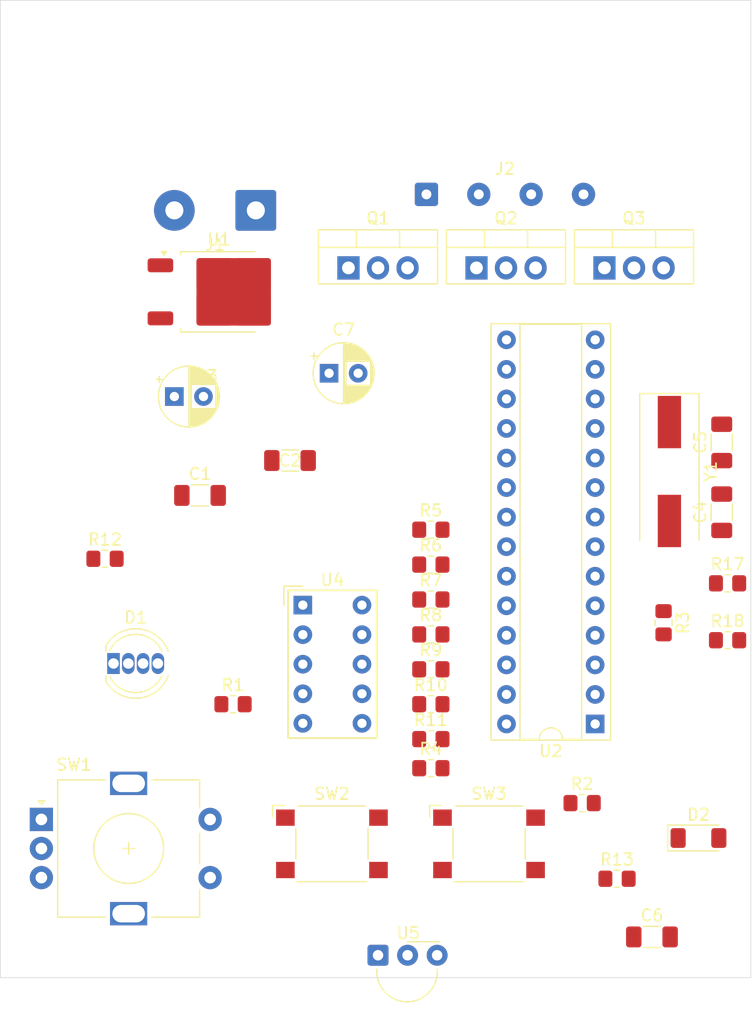
<source format=kicad_pcb>
(kicad_pcb (version 20240108) (generator "pcbnew") (generator_version "8.0")
  (layers (0 "F.Cu" signal) (31 "B.Cu" signal) (34 "B.Paste" user) (35 "F.Paste" user) (36 "B.SilkS" user "B.Silkscreen") (37 "F.SilkS" user "F.Silkscreen") (38 "B.Mask" user) (39 "F.Mask" user) (44 "Edge.Cuts" user))
  (net 0 "")
  (net 1 "GND")
  (net 2 "+12V")
  (net 3 "+5V")
  (net 4 "Net-(U2-XTAL1{slash}PB6)")
  (net 5 "Net-(U2-XTAL2{slash}PB7)")
  (net 6 "Net-(D1-GK)")
  (net 7 "Net-(D1-BK)")
  (net 8 "Net-(D1-A)")
  (net 9 "Net-(D1-RK)")
  (net 10 "Net-(Q1-G)")
  (net 11 "Net-(J2-Pin_3)")
  (net 12 "Net-(Q2-G)")
  (net 13 "Net-(J2-Pin_2)")
  (net 14 "Net-(Q3-G)")
  (net 15 "Net-(J2-Pin_1)")
  (net 16 "Net-(D2-K)")
  (net 17 "Net-(D2-A)")
  (net 18 "Net-(U2-~{RESET}{slash}PC6)")
  (net 19 "Net-(R1-Pad2)")
  (net 20 "Net-(U2-PB0)")
  (net 21 "Net-(R4-Pad2)")
  (net 22 "Net-(U2-PC1)")
  (net 23 "Net-(U2-PC2)")
  (net 24 "Net-(U4-A)")
  (net 25 "Net-(U2-PC3)")
  (net 26 "Net-(U4-B)")
  (net 27 "Net-(U4-C)")
  (net 28 "Net-(U2-PC4)")
  (net 29 "Net-(U2-PB4)")
  (net 30 "Net-(U4-D)")
  (net 31 "Net-(U4-E)")
  (net 32 "Net-(U2-PB5)")
  (net 33 "Net-(U4-F)")
  (net 34 "Net-(U4-G)")
  (net 35 "Net-(U2-PD3)")
  (net 36 "Net-(U2-PD4)")
  (net 37 "Net-(U2-PC5)")
  (footprint "Resistor_SMD:R_0805_2012Metric_Pad1.20x1.40mm_HandSolder" (layer "F.Cu") (at 110 100.5)
    (property "Reference" "R7" (at 0 -1.65 0) (layer "F.SilkS"))
    (property "Value" "220")
    (pad "1" smd roundrect (at -1 0) (size 1.2 1.4) (layers "F.Cu" "F.Paste" "F.Mask") (roundrect_rratio 0.208333) (net 27 "Net-(U4-C)"))
    (pad "2" smd roundrect (at 1 0) (size 1.2 1.4) (layers "F.Cu" "F.Paste" "F.Mask") (roundrect_rratio 0.208333) (net 23 "Net-(U2-PC2)"))
  )
  (footprint "Package_TO_SOT_THT:TO-220-3_Vertical" (layer "F.Cu") (at 102.92 72)
    (property "Reference" "Q1" (at 2.54 -4.27 0) (layer "F.SilkS"))
    (property "Value" "IRF740")
    (pad "1" thru_hole rect (at 0 0) (size 1.905 2) (drill 1.1) (layers "*.Cu" "*.Mask") (net 10 "Net-(Q1-G)"))
    (pad "2" thru_hole oval (at 2.54 0) (size 1.905 2) (drill 1.1) (layers "*.Cu" "*.Mask") (net 15 "Net-(J2-Pin_1)"))
    (pad "3" thru_hole oval (at 5.08 0) (size 1.905 2) (drill 1.1) (layers "*.Cu" "*.Mask") (net 1 "GND"))
  )
  (footprint "Rotary_Encoder:RotaryEncoder_Alps_EC11E-Switch_Vertical_H20mm" (layer "F.Cu") (at 76.530977 119.402006)
    (property "Reference" "SW1" (at 2.8 -4.7 0) (layer "F.SilkS"))
    (property "Value" "RotaryEncoder_Switch_MP")
    (pad "A" thru_hole rect (at 0 0) (size 2 2) (drill 1) (layers "*.Cu" "*.Mask") (net 35 "Net-(U2-PD3)"))
    (pad "B" thru_hole circle (at 0 5) (size 2 2) (drill 1) (layers "*.Cu" "*.Mask") (net 36 "Net-(U2-PD4)"))
    (pad "C" thru_hole circle (at 0 2.5) (size 2 2) (drill 1) (layers "*.Cu" "*.Mask") (net 1 "GND"))
    (pad "MP" thru_hole rect (at 7.5 -3.1) (size 3.2 2) (drill oval 2.8 1.5) (layers "*.Cu" "*.Mask") (net 1 "GND"))
    (pad "MP" thru_hole rect (at 7.5 8.1) (size 3.2 2) (drill oval 2.8 1.5) (layers "*.Cu" "*.Mask") (net 1 "GND"))
    (pad "S1" thru_hole circle (at 14.5 5) (size 2 2) (drill 1) (layers "*.Cu" "*.Mask") (net 19 "Net-(R1-Pad2)"))
    (pad "S2" thru_hole circle (at 14.5 0) (size 2 2) (drill 1) (layers "*.Cu" "*.Mask") (net 17 "Net-(D2-A)"))
  )
  (footprint "Crystal:Crystal_SMD_HC49-SD" (layer "F.Cu") (at 130.5 89.5 -90)
    (property "Reference" "Y1" (at 0 -3.55 90) (layer "F.SilkS"))
    (property "Value" "16MHz")
    (pad "1" smd rect (at -4.25 0 270) (size 4.5 2) (layers "F.Cu" "F.Paste" "F.Mask") (net 5 "Net-(U2-XTAL2{slash}PB7)"))
    (pad "2" smd rect (at 4.25 0 270) (size 4.5 2) (layers "F.Cu" "F.Paste" "F.Mask") (net 4 "Net-(U2-XTAL1{slash}PB6)"))
  )
  (footprint "Button_Switch_SMD:SW_SPST_Omron_B3FS-100xP" (layer "F.Cu") (at 115 121.5)
    (property "Reference" "SW3" (at 0 -4.3 0) (layer "F.SilkS"))
    (property "Value" "SW_Omron_B3FS")
    (pad "1" smd rect (at -4 -2.25 180) (size 1.6 1.4) (layers "F.Cu" "F.Paste" "F.Mask") (net 21 "Net-(R4-Pad2)"))
    (pad "1" smd rect (at 4 -2.25 180) (size 1.6 1.4) (layers "F.Cu" "F.Paste" "F.Mask") (net 21 "Net-(R4-Pad2)"))
    (pad "2" smd rect (at -4 2.25 180) (size 1.6 1.4) (layers "F.Cu" "F.Paste" "F.Mask") (net 17 "Net-(D2-A)"))
    (pad "2" smd rect (at 4 2.25 180) (size 1.6 1.4) (layers "F.Cu" "F.Paste" "F.Mask") (net 17 "Net-(D2-A)"))
  )
  (footprint "Connector_Wire:SolderWire-0.25sqmm_1x04_P4.5mm_D0.65mm_OD2mm" (layer "F.Cu") (at 109.620761 65.681049)
    (property "Reference" "J2" (at 6.75 -2.2 0) (layer "F.SilkS"))
    (property "Value" "Conn_01x04_Socket")
    (pad "1" thru_hole roundrect (at 0 0) (size 2 2) (drill 0.85) (layers "*.Cu" "*.Mask") (roundrect_rratio 0.125) (net 15 "Net-(J2-Pin_1)"))
    (pad "2" thru_hole circle (at 4.5 0) (size 2 2) (drill 0.85) (layers "*.Cu" "*.Mask") (net 13 "Net-(J2-Pin_2)"))
    (pad "3" thru_hole circle (at 9 0) (size 2 2) (drill 0.85) (layers "*.Cu" "*.Mask") (net 11 "Net-(J2-Pin_3)"))
    (pad "4" thru_hole circle (at 13.5 0) (size 2 2) (drill 0.85) (layers "*.Cu" "*.Mask") (net 2 "+12V"))
  )
  (footprint "Resistor_SMD:R_0805_2012Metric_Pad1.20x1.40mm_HandSolder" (layer "F.Cu") (at 110 109.5)
    (property "Reference" "R10" (at 0 -1.65 0) (layer "F.SilkS"))
    (property "Value" "220")
    (pad "1" smd roundrect (at -1 0) (size 1.2 1.4) (layers "F.Cu" "F.Paste" "F.Mask") (roundrect_rratio 0.208333) (net 33 "Net-(U4-F)"))
    (pad "2" smd roundrect (at 1 0) (size 1.2 1.4) (layers "F.Cu" "F.Paste" "F.Mask") (roundrect_rratio 0.208333) (net 29 "Net-(U2-PB4)"))
  )
  (footprint "Resistor_SMD:R_0805_2012Metric_Pad1.20x1.40mm_HandSolder" (layer "F.Cu") (at 126 124.5)
    (property "Reference" "R13" (at 0 -1.65 0) (layer "F.SilkS"))
    (property "Value" "470")
    (pad "1" smd roundrect (at -1 0) (size 1.2 1.4) (layers "F.Cu" "F.Paste" "F.Mask") (roundrect_rratio 0.208333) (net 17 "Net-(D2-A)"))
    (pad "2" smd roundrect (at 1 0) (size 1.2 1.4) (layers "F.Cu" "F.Paste" "F.Mask") (roundrect_rratio 0.208333) (net 16 "Net-(D2-K)"))
  )
  (footprint "Resistor_SMD:R_0805_2012Metric_Pad1.20x1.40mm_HandSolder" (layer "F.Cu") (at 135.5 104)
    (property "Reference" "R18" (at 0 -1.65 0) (layer "F.SilkS"))
    (property "Value" "10k")
    (pad "1" smd roundrect (at -1 0) (size 1.2 1.4) (layers "F.Cu" "F.Paste" "F.Mask") (roundrect_rratio 0.208333) (net 3 "+5V"))
    (pad "2" smd roundrect (at 1 0) (size 1.2 1.4) (layers "F.Cu" "F.Paste" "F.Mask") (roundrect_rratio 0.208333) (net 35 "Net-(U2-PD3)"))
  )
  (footprint "Resistor_SMD:R_0805_2012Metric_Pad1.20x1.40mm_HandSolder" (layer "F.Cu") (at 123 118)
    (property "Reference" "R2" (at 0 -1.65 0) (layer "F.SilkS"))
    (property "Value" "10k")
    (pad "1" smd roundrect (at -1 0) (size 1.2 1.4) (layers "F.Cu" "F.Paste" "F.Mask") (roundrect_rratio 0.208333) (net 17 "Net-(D2-A)"))
    (pad "2" smd roundrect (at 1 0) (size 1.2 1.4) (layers "F.Cu" "F.Paste" "F.Mask") (roundrect_rratio 0.208333) (net 1 "GND"))
  )
  (footprint "Capacitor_THT:CP_Radial_D5.0mm_P2.50mm" (layer "F.Cu") (at 101.254888 81.055)
    (property "Reference" "C7" (at 1.25 -3.75 0) (layer "F.SilkS"))
    (property "Value" "10uF 25V")
    (pad "1" thru_hole rect (at 0 0) (size 1.6 1.6) (drill 0.8) (layers "*.Cu" "*.Mask") (net 3 "+5V"))
    (pad "2" thru_hole circle (at 2.5 0) (size 1.6 1.6) (drill 0.8) (layers "*.Cu" "*.Mask") (net 1 "GND"))
  )
  (footprint "Capacitor_SMD:C_1206_3216Metric_Pad1.33x1.80mm_HandSolder" (layer "F.Cu") (at 129 129.5)
    (property "Reference" "C6" (at 0 -1.85 0) (layer "F.SilkS"))
    (property "Value" "1uF")
    (pad "1" smd roundrect (at -1.5625 0) (size 1.325 1.8) (layers "F.Cu" "F.Paste" "F.Mask") (roundrect_rratio 0.188679) (net 16 "Net-(D2-K)"))
    (pad "2" smd roundrect (at 1.5625 0) (size 1.325 1.8) (layers "F.Cu" "F.Paste" "F.Mask") (roundrect_rratio 0.188679) (net 1 "GND"))
  )
  (footprint "Resistor_SMD:R_0805_2012Metric_Pad1.20x1.40mm_HandSolder" (layer "F.Cu") (at 110 103.5)
    (property "Reference" "R8" (at 0 -1.65 0) (layer "F.SilkS"))
    (property "Value" "220")
    (pad "1" smd roundrect (at -1 0) (size 1.2 1.4) (layers "F.Cu" "F.Paste" "F.Mask") (roundrect_rratio 0.208333) (net 30 "Net-(U4-D)"))
    (pad "2" smd roundrect (at 1 0) (size 1.2 1.4) (layers "F.Cu" "F.Paste" "F.Mask") (roundrect_rratio 0.208333) (net 25 "Net-(U2-PC3)"))
  )
  (footprint "Package_DIP:DIP-28_W7.62mm_Socket" (layer "F.Cu") (at 124.12 111.2 180)
    (property "Reference" "U2" (at 3.81 -2.33 0) (layer "F.SilkS"))
    (property "Value" "ATmega328-P")
    (pad "1" thru_hole rect (at 0 0 180) (size 1.6 1.6) (drill 0.8) (layers "*.Cu" "*.Mask") (net 18 "Net-(U2-~{RESET}{slash}PC6)"))
    (pad "2" thru_hole oval (at 0 2.54 180) (size 1.6 1.6) (drill 0.8) (layers "*.Cu" "*.Mask"))
    (pad "3" thru_hole oval (at 0 5.08 180) (size 1.6 1.6) (drill 0.8) (layers "*.Cu" "*.Mask"))
    (pad "4" thru_hole oval (at 0 7.62 180) (size 1.6 1.6) (drill 0.8) (layers "*.Cu" "*.Mask"))
    (pad "5" thru_hole oval (at 0 10.16 180) (size 1.6 1.6) (drill 0.8) (layers "*.Cu" "*.Mask") (net 35 "Net-(U2-PD3)"))
    (pad "6" thru_hole oval (at 0 12.7 180) (size 1.6 1.6) (drill 0.8) (layers "*.Cu" "*.Mask") (net 36 "Net-(U2-PD4)"))
    (pad "7" thru_hole oval (at 0 15.24 180) (size 1.6 1.6) (drill 0.8) (layers "*.Cu" "*.Mask") (net 3 "+5V"))
    (pad "8" thru_hole oval (at 0 17.78 180) (size 1.6 1.6) (drill 0.8) (layers "*.Cu" "*.Mask") (net 1 "GND"))
    (pad "9" thru_hole oval (at 0 20.32 180) (size 1.6 1.6) (drill 0.8) (layers "*.Cu" "*.Mask") (net 4 "Net-(U2-XTAL1{slash}PB6)"))
    (pad "10" thru_hole oval (at 0 22.86 180) (size 1.6 1.6) (drill 0.8) (layers "*.Cu" "*.Mask") (net 5 "Net-(U2-XTAL2{slash}PB7)"))
    (pad "11" thru_hole oval (at 0 25.4 180) (size 1.6 1.6) (drill 0.8) (layers "*.Cu" "*.Mask") (net 9 "Net-(D1-RK)"))
    (pad "12" thru_hole oval (at 0 27.94 180) (size 1.6 1.6) (drill 0.8) (layers "*.Cu" "*.Mask") (net 6 "Net-(D1-GK)"))
    (pad "13" thru_hole oval (at 0 30.48 180) (size 1.6 1.6) (drill 0.8) (layers "*.Cu" "*.Mask") (net 7 "Net-(D1-BK)"))
    (pad "14" thru_hole oval (at 0 33.02 180) (size 1.6 1.6) (drill 0.8) (layers "*.Cu" "*.Mask") (net 20 "Net-(U2-PB0)"))
    (pad "15" thru_hole oval (at 7.62 33.02 180) (size 1.6 1.6) (drill 0.8) (layers "*.Cu" "*.Mask") (net 10 "Net-(Q1-G)"))
    (pad "16" thru_hole oval (at 7.62 30.48 180) (size 1.6 1.6) (drill 0.8) (layers "*.Cu" "*.Mask") (net 12 "Net-(Q2-G)"))
    (pad "17" thru_hole oval (at 7.62 27.94 180) (size 1.6 1.6) (drill 0.8) (layers "*.Cu" "*.Mask") (net 14 "Net-(Q3-G)"))
    (pad "18" thru_hole oval (at 7.62 25.4 180) (size 1.6 1.6) (drill 0.8) (layers "*.Cu" "*.Mask") (net 29 "Net-(U2-PB4)"))
    (pad "19" thru_hole oval (at 7.62 22.86 180) (size 1.6 1.6) (drill 0.8) (layers "*.Cu" "*.Mask") (net 32 "Net-(U2-PB5)"))
    (pad "20" thru_hole oval (at 7.62 20.32 180) (size 1.6 1.6) (drill 0.8) (layers "*.Cu" "*.Mask") (net 3 "+5V"))
    (pad "21" thru_hole oval (at 7.62 17.78 180) (size 1.6 1.6) (drill 0.8) (layers "*.Cu" "*.Mask") (net 3 "+5V"))
    (pad "22" thru_hole oval (at 7.62 15.24 180) (size 1.6 1.6) (drill 0.8) (layers "*.Cu" "*.Mask") (net 1 "GND"))
    (pad "23" thru_hole oval (at 7.62 12.7 180) (size 1.6 1.6) (drill 0.8) (layers "*.Cu" "*.Mask") (net 16 "Net-(D2-K)"))
    (pad "24" thru_hole oval (at 7.62 10.16 180) (size 1.6 1.6) (drill 0.8) (layers "*.Cu" "*.Mask") (net 22 "Net-(U2-PC1)"))
    (pad "25" thru_hole oval (at 7.62 7.62 180) (size 1.6 1.6) (drill 0.8) (layers "*.Cu" "*.Mask") (net 23 "Net-(U2-PC2)"))
    (pad "26" thru_hole oval (at 7.62 5.08 180) (size 1.6 1.6) (drill 0.8) (layers "*.Cu" "*.Mask") (net 25 "Net-(U2-PC3)"))
    (pad "27" thru_hole oval (at 7.62 2.54 180) (size 1.6 1.6) (drill 0.8) (layers "*.Cu" "*.Mask") (net 28 "Net-(U2-PC4)"))
    (pad "28" thru_hole oval (at 7.62 0 180) (size 1.6 1.6) (drill 0.8) (layers "*.Cu" "*.Mask") (net 37 "Net-(U2-PC5)"))
  )
  (footprint "Resistor_SMD:R_0805_2012Metric_Pad1.20x1.40mm_HandSolder" (layer "F.Cu") (at 93 109.5)
    (property "Reference" "R1" (at 0 -1.65 0) (layer "F.SilkS"))
    (property "Value" "15k")
    (pad "1" smd roundrect (at -1 0) (size 1.2 1.4) (layers "F.Cu" "F.Paste" "F.Mask") (roundrect_rratio 0.208333) (net 3 "+5V"))
    (pad "2" smd roundrect (at 1 0) (size 1.2 1.4) (layers "F.Cu" "F.Paste" "F.Mask") (roundrect_rratio 0.208333) (net 19 "Net-(R1-Pad2)"))
  )
  (footprint "Package_TO_SOT_THT:TO-220-3_Vertical" (layer "F.Cu") (at 124.92 72)
    (property "Reference" "Q3" (at 2.54 -4.27 0) (layer "F.SilkS"))
    (property "Value" "IRF740")
    (pad "1" thru_hole rect (at 0 0) (size 1.905 2) (drill 1.1) (layers "*.Cu" "*.Mask") (net 14 "Net-(Q3-G)"))
    (pad "2" thru_hole oval (at 2.54 0) (size 1.905 2) (drill 1.1) (layers "*.Cu" "*.Mask") (net 11 "Net-(J2-Pin_3)"))
    (pad "3" thru_hole oval (at 5.08 0) (size 1.905 2) (drill 1.1) (layers "*.Cu" "*.Mask") (net 1 "GND"))
  )
  (footprint "Resistor_SMD:R_0805_2012Metric_Pad1.20x1.40mm_HandSolder" (layer "F.Cu") (at 82 97)
    (property "Reference" "R12" (at 0 -1.65 0) (layer "F.SilkS"))
    (property "Value" "220")
    (pad "1" smd roundrect (at -1 0) (size 1.2 1.4) (layers "F.Cu" "F.Paste" "F.Mask") (roundrect_rratio 0.208333) (net 8 "Net-(D1-A)"))
    (pad "2" smd roundrect (at 1 0) (size 1.2 1.4) (layers "F.Cu" "F.Paste" "F.Mask") (roundrect_rratio 0.208333) (net 3 "+5V"))
  )
  (footprint "Resistor_SMD:R_0805_2012Metric_Pad1.20x1.40mm_HandSolder" (layer "F.Cu") (at 110 112.5)
    (property "Reference" "R11" (at 0 -1.65 0) (layer "F.SilkS"))
    (property "Value" "220")
    (pad "1" smd roundrect (at -1 0) (size 1.2 1.4) (layers "F.Cu" "F.Paste" "F.Mask") (roundrect_rratio 0.208333) (net 34 "Net-(U4-G)"))
    (pad "2" smd roundrect (at 1 0) (size 1.2 1.4) (layers "F.Cu" "F.Paste" "F.Mask") (roundrect_rratio 0.208333) (net 32 "Net-(U2-PB5)"))
  )
  (footprint "Capacitor_SMD:C_1206_3216Metric_Pad1.33x1.80mm_HandSolder" (layer "F.Cu") (at 90.165112 91.555)
    (property "Reference" "C1" (at 0 -1.85 0) (layer "F.SilkS"))
    (property "Value" "0.33uF")
    (pad "1" smd roundrect (at -1.5625 0) (size 1.325 1.8) (layers "F.Cu" "F.Paste" "F.Mask") (roundrect_rratio 0.188679) (net 2 "+12V"))
    (pad "2" smd roundrect (at 1.5625 0) (size 1.325 1.8) (layers "F.Cu" "F.Paste" "F.Mask") (roundrect_rratio 0.188679) (net 1 "GND"))
  )
  (footprint "Resistor_SMD:R_0805_2012Metric_Pad1.20x1.40mm_HandSolder" (layer "F.Cu") (at 110 97.5)
    (property "Reference" "R6" (at 0 -1.65 0) (layer "F.SilkS"))
    (property "Value" "220")
    (pad "1" smd roundrect (at -1 0) (size 1.2 1.4) (layers "F.Cu" "F.Paste" "F.Mask") (roundrect_rratio 0.208333) (net 26 "Net-(U4-B)"))
    (pad "2" smd roundrect (at 1 0) (size 1.2 1.4) (layers "F.Cu" "F.Paste" "F.Mask") (roundrect_rratio 0.208333) (net 22 "Net-(U2-PC1)"))
  )
  (footprint "Resistor_SMD:R_0805_2012Metric_Pad1.20x1.40mm_HandSolder" (layer "F.Cu") (at 110 115)
    (property "Reference" "R4" (at 0 -1.65 0) (layer "F.SilkS"))
    (property "Value" "4,7k")
    (pad "1" smd roundrect (at -1 0) (size 1.2 1.4) (layers "F.Cu" "F.Paste" "F.Mask") (roundrect_rratio 0.208333) (net 3 "+5V"))
    (pad "2" smd roundrect (at 1 0) (size 1.2 1.4) (layers "F.Cu" "F.Paste" "F.Mask") (roundrect_rratio 0.208333) (net 21 "Net-(R4-Pad2)"))
  )
  (footprint "Package_TO_SOT_SMD:TO-252-2" (layer "F.Cu") (at 91.8 74.0575)
    (property "Reference" "U1" (at 0 -4.5 0) (layer "F.SilkS"))
    (property "Value" "LM78M05_TO252")
    (pad "1" smd roundrect (at -5.04 -2.28) (size 2.2 1.2) (layers "F.Cu" "F.Paste" "F.Mask") (roundrect_rratio 0.208333) (net 2 "+12V"))
    (pad "2" smd roundrect (at -0.415 -1.525) (size 3.05 2.75) (layers "F.Cu" "F.Paste") (roundrect_rratio 0.090909) (net 1 "GND"))
    (pad "2" smd roundrect (at -0.415 1.525) (size 3.05 2.75) (layers "F.Cu" "F.Paste") (roundrect_rratio 0.090909) (net 1 "GND"))
    (pad "2" smd roundrect (at 1.26 0) (size 6.4 5.8) (layers "F.Cu" "F.Mask") (roundrect_rratio 0.043103) (net 1 "GND"))
    (pad "2" smd roundrect (at 2.935 -1.525) (size 3.05 2.75) (layers "F.Cu" "F.Paste") (roundrect_rratio 0.090909) (net 1 "GND"))
    (pad "2" smd roundrect (at 2.935 1.525) (size 3.05 2.75) (layers "F.Cu" "F.Paste") (roundrect_rratio 0.090909) (net 1 "GND"))
    (pad "3" smd roundrect (at -5.04 2.28) (size 2.2 1.2) (layers "F.Cu" "F.Paste" "F.Mask") (roundrect_rratio 0.208333) (net 3 "+5V"))
  )
  (footprint "Resistor_SMD:R_0805_2012Metric_Pad1.20x1.40mm_HandSolder" (layer "F.Cu") (at 110 106.5)
    (property "Reference" "R9" (at 0 -1.65 0) (layer "F.SilkS"))
    (property "Value" "220")
    (pad "1" smd roundrect (at -1 0) (size 1.2 1.4) (layers "F.Cu" "F.Paste" "F.Mask") (roundrect_rratio 0.208333) (net 31 "Net-(U4-E)"))
    (pad "2" smd roundrect (at 1 0) (size 1.2 1.4) (layers "F.Cu" "F.Paste" "F.Mask") (roundrect_rratio 0.208333) (net 28 "Net-(U2-PC4)"))
  )
  (footprint "Capacitor_THT:CP_Radial_D5.0mm_P2.50mm" (layer "F.Cu") (at 87.96 83.055)
    (property "Reference" "C3" (at 2.75 -1.75 0) (layer "F.SilkS"))
    (property "Value" "100uF 25V")
    (pad "1" thru_hole rect (at 0 0) (size 1.6 1.6) (drill 0.8) (layers "*.Cu" "*.Mask") (net 2 "+12V"))
    (pad "2" thru_hole circle (at 2.5 0) (size 1.6 1.6) (drill 0.8) (layers "*.Cu" "*.Mask") (net 1 "GND"))
  )
  (footprint "Capacitor_SMD:C_1206_3216Metric_Pad1.33x1.80mm_HandSolder" (layer "F.Cu") (at 135 87 90)
    (property "Reference" "C5" (at 0 -1.85 90) (layer "F.SilkS"))
    (property "Value" "22pF")
    (pad "1" smd roundrect (at -1.5625 0 90) (size 1.325 1.8) (layers "F.Cu" "F.Paste" "F.Mask") (roundrect_rratio 0.188679) (net 1 "GND"))
    (pad "2" smd roundrect (at 1.5625 0 90) (size 1.325 1.8) (layers "F.Cu" "F.Paste" "F.Mask") (roundrect_rratio 0.188679) (net 5 "Net-(U2-XTAL2{slash}PB7)"))
  )
  (footprint "OptoDevice:Vishay_MINIMOLD-3Pin" (layer "F.Cu") (at 105.46 131.075)
    (property "Reference" "U5" (at 2.6 -1.9 180) (layer "F.SilkS"))
    (property "Value" "TSOP531xx")
    (pad "1" thru_hole roundrect (at 0 0) (size 1.8 1.8) (drill 0.9) (layers "*.Cu" "*.Mask") (roundrect_rratio 0.139) (net 37 "Net-(U2-PC5)"))
    (pad "2" thru_hole circle (at 2.54 0) (size 1.8 1.8) (drill 0.9) (layers "*.Cu" "*.Mask") (net 1 "GND"))
    (pad "3" thru_hole circle (at 5.08 0) (size 1.8 1.8) (drill 0.9) (layers "*.Cu" "*.Mask") (net 3 "+5V"))
  )
  (footprint "Resistor_SMD:R_0805_2012Metric_Pad1.20x1.40mm_HandSolder" (layer "F.Cu") (at 135.5 99.11)
    (property "Reference" "R17" (at 0 -1.65 0) (layer "F.SilkS"))
    (property "Value" "10k")
    (pad "1" smd roundrect (at -1 0) (size 1.2 1.4) (layers "F.Cu" "F.Paste" "F.Mask") (roundrect_rratio 0.208333) (net 36 "Net-(U2-PD4)"))
    (pad "2" smd roundrect (at 1 0) (size 1.2 1.4) (layers "F.Cu" "F.Paste" "F.Mask") (roundrect_rratio 0.208333) (net 3 "+5V"))
  )
  (footprint "Connector_Wire:SolderWire-0.75sqmm_1x02_P7mm_D1.25mm_OD3.5mm" (layer "F.Cu") (at 94.96 67.055 180)
    (property "Reference" "J1" (at 3.5 -2.95 360) (layer "F.SilkS"))
    (property "Value" "Conn_01x02")
    (pad "1" thru_hole roundrect (at 0 0 180) (size 3.5 3.5) (drill 1.55) (layers "*.Cu" "*.Mask") (roundrect_rratio 0.071429) (net 1 "GND"))
    (pad "2" thru_hole circle (at 7 0 180) (size 3.5 3.5) (drill 1.55) (layers "*.Cu" "*.Mask") (net 2 "+12V"))
  )
  (footprint "Capacitor_SMD:C_1206_3216Metric_Pad1.33x1.80mm_HandSolder" (layer "F.Cu") (at 97.8975 88.555)
    (property "Reference" "C2" (at 0 0 0) (layer "F.SilkS"))
    (property "Value" "0.1uF")
    (pad "1" smd roundrect (at -1.5625 0) (size 1.325 1.8) (layers "F.Cu" "F.Paste" "F.Mask") (roundrect_rratio 0.188679) (net 3 "+5V"))
    (pad "2" smd roundrect (at 1.5625 0) (size 1.325 1.8) (layers "F.Cu" "F.Paste" "F.Mask") (roundrect_rratio 0.188679) (net 1 "GND"))
  )
  (footprint "Capacitor_SMD:C_1206_3216Metric_Pad1.33x1.80mm_HandSolder" (layer "F.Cu") (at 135 93 90)
    (property "Reference" "C4" (at 0 -1.85 90) (layer "F.SilkS"))
    (property "Value" "22pF")
    (pad "1" smd roundrect (at -1.5625 0 90) (size 1.325 1.8) (layers "F.Cu" "F.Paste" "F.Mask") (roundrect_rratio 0.188679) (net 4 "Net-(U2-XTAL1{slash}PB6)"))
    (pad "2" smd roundrect (at 1.5625 0 90) (size 1.325 1.8) (layers "F.Cu" "F.Paste" "F.Mask") (roundrect_rratio 0.188679) (net 1 "GND"))
  )
  (footprint "Resistor_SMD:R_0805_2012Metric_Pad1.20x1.40mm_HandSolder" (layer "F.Cu") (at 110 94.5)
    (property "Reference" "R5" (at 0 -1.65 0) (layer "F.SilkS"))
    (property "Value" "220")
    (pad "1" smd roundrect (at -1 0) (size 1.2 1.4) (layers "F.Cu" "F.Paste" "F.Mask") (roundrect_rratio 0.208333) (net 24 "Net-(U4-A)"))
    (pad "2" smd roundrect (at 1 0) (size 1.2 1.4) (layers "F.Cu" "F.Paste" "F.Mask") (roundrect_rratio 0.208333) (net 20 "Net-(U2-PB0)"))
  )
  (footprint "Resistor_SMD:R_0805_2012Metric_Pad1.20x1.40mm_HandSolder" (layer "F.Cu") (at 130 102.5 -90)
    (property "Reference" "R3" (at 0 -1.65 90) (layer "F.SilkS"))
    (property "Value" "10k")
    (pad "1" smd roundrect (at -1 0 270) (size 1.2 1.4) (layers "F.Cu" "F.Paste" "F.Mask") (roundrect_rratio 0.208333) (net 3 "+5V"))
    (pad "2" smd roundrect (at 1 0 270) (size 1.2 1.4) (layers "F.Cu" "F.Paste" "F.Mask") (roundrect_rratio 0.208333) (net 18 "Net-(U2-~{RESET}{slash}PC6)"))
  )
  (footprint "Display_7Segment:HDSP-A151" (layer "F.Cu") (at 99 100.9825)
    (property "Reference" "U4" (at 2.54 -2.159 0) (layer "F.SilkS"))
    (property "Value" "HDSP-7501")
    (pad "1" thru_hole rect (at 0 0) (size 1.6 1.6) (drill 0.8) (layers "*.Cu" "*.Mask") (net 3 "+5V"))
    (pad "2" thru_hole circle (at 0 2.54) (size 1.6 1.6) (drill 0.8) (layers "*.Cu" "*.Mask") (net 33 "Net-(U4-F)"))
    (pad "3" thru_hole circle (at 0 5.08) (size 1.6 1.6) (drill 0.8) (layers "*.Cu" "*.Mask") (net 34 "Net-(U4-G)"))
    (pad "4" thru_hole circle (at 0 7.62) (size 1.6 1.6) (drill 0.8) (layers "*.Cu" "*.Mask") (net 31 "Net-(U4-E)"))
    (pad "5" thru_hole circle (at 0 10.16) (size 1.6 1.6) (drill 0.8) (layers "*.Cu" "*.Mask") (net 30 "Net-(U4-D)"))
    (pad "6" thru_hole circle (at 5.08 10.16) (size 1.6 1.6) (drill 0.8) (layers "*.Cu" "*.Mask") (net 3 "+5V"))
    (pad "7" thru_hole circle (at 5.08 7.62) (size 1.6 1.6) (drill 0.8) (layers "*.Cu" "*.Mask") (net 1 "GND"))
    (pad "8" thru_hole circle (at 5.08 5.08) (size 1.6 1.6) (drill 0.8) (layers "*.Cu" "*.Mask") (net 27 "Net-(U4-C)"))
    (pad "9" thru_hole circle (at 5.08 2.54) (size 1.6 1.6) (drill 0.8) (layers "*.Cu" "*.Mask") (net 26 "Net-(U4-B)"))
    (pad "10" thru_hole circle (at 5.08 0) (size 1.6 1.6) (drill 0.8) (layers "*.Cu" "*.Mask") (net 24 "Net-(U4-A)"))
  )
  (footprint "Diode_SMD:D_MiniMELF" (layer "F.Cu") (at 133 121)
    (property "Reference" "D2" (at 0 -2 0) (layer "F.SilkS"))
    (property "Value" "D")
    (pad "1" smd roundrect (at -1.75 0) (size 1.3 1.7) (layers "F.Cu" "F.Paste" "F.Mask") (roundrect_rratio 0.1923076923) (net 16 "Net-(D2-K)"))
    (pad "2" smd roundrect (at 1.75 0) (size 1.3 1.7) (layers "F.Cu" "F.Paste" "F.Mask") (roundrect_rratio 0.1923076923) (net 17 "Net-(D2-A)"))
  )
  (footprint "LED_THT:LED_D5.0mm-4_RGB" (layer "F.Cu") (at 82.73 106)
    (property "Reference" "D1" (at 1.905 -3.96 0) (layer "F.SilkS"))
    (property "Value" "LED_ARGB")
    (pad "1" thru_hole rect (at 0 0) (size 1.07 1.8) (drill 0.9) (layers "*.Cu" "*.Mask") (net 8 "Net-(D1-A)"))
    (pad "2" thru_hole oval (at 1.27 0) (size 1.07 1.8) (drill 0.9) (layers "*.Cu" "*.Mask") (net 9 "Net-(D1-RK)"))
    (pad "3" thru_hole oval (at 2.54 0) (size 1.07 1.8) (drill 0.9) (layers "*.Cu" "*.Mask") (net 6 "Net-(D1-GK)"))
    (pad "4" thru_hole oval (at 3.81 0) (size 1.07 1.8) (drill 0.9) (layers "*.Cu" "*.Mask") (net 7 "Net-(D1-BK)"))
  )
  (footprint "Button_Switch_SMD:SW_SPST_Omron_B3FS-100xP" (layer "F.Cu") (at 101.5 121.5)
    (property "Reference" "SW2" (at 0 -4.3 0) (layer "F.SilkS"))
    (property "Value" "SW_Omron_B3FS")
    (pad "1" smd rect (at -4 -2.25 180) (size 1.6 1.4) (layers "F.Cu" "F.Paste" "F.Mask") (net 3 "+5V"))
    (pad "1" smd rect (at 4 -2.25 180) (size 1.6 1.4) (layers "F.Cu" "F.Paste" "F.Mask") (net 3 "+5V"))
    (pad "2" smd rect (at -4 2.25 180) (size 1.6 1.4) (layers "F.Cu" "F.Paste" "F.Mask") (net 17 "Net-(D2-A)"))
    (pad "2" smd rect (at 4 2.25 180) (size 1.6 1.4) (layers "F.Cu" "F.Paste" "F.Mask") (net 17 "Net-(D2-A)"))
  )
  (footprint "Package_TO_SOT_THT:TO-220-3_Vertical" (layer "F.Cu") (at 113.92 72)
    (property "Reference" "Q2" (at 2.54 -4.27 0) (layer "F.SilkS"))
    (property "Value" "IRF740")
    (pad "1" thru_hole rect (at 0 0) (size 1.905 2) (drill 1.1) (layers "*.Cu" "*.Mask") (net 12 "Net-(Q2-G)"))
    (pad "2" thru_hole oval (at 2.54 0) (size 1.905 2) (drill 1.1) (layers "*.Cu" "*.Mask") (net 13 "Net-(J2-Pin_2)"))
    (pad "3" thru_hole oval (at 5.08 0) (size 1.905 2) (drill 1.1) (layers "*.Cu" "*.Mask") (net 1 "GND"))
  )
  (gr_rect (start 73 49) (end 137.5 133) (stroke (width 0.05)) (fill none) (layer "Edge.Cuts"))
)
</source>
